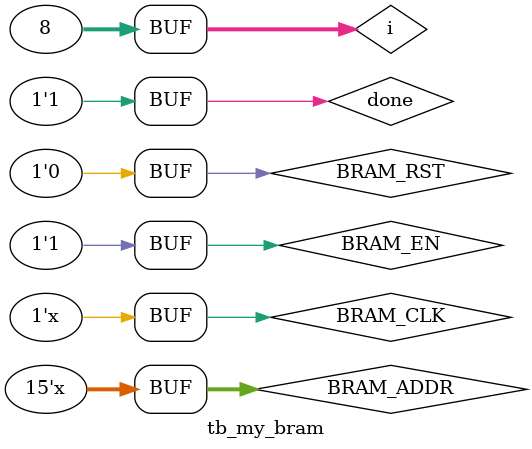
<source format=v>
`timescale 1ns / 1ps

module tb_my_bram ();
    parameter integer BRAM_ADDR_WIDTH = 15;
    
    reg [BRAM_ADDR_WIDTH-1:0] BRAM_ADDR;
    reg BRAM_CLK;
    wire [31:0] BRAM_WRDATA;
    wire [31:0] BRAM_RDDATA1;
    wire [31:0] BRAM_RDDATA2;
    reg BRAM_EN;
    reg BRAM_RST;
    reg done;
        
    integer i;
    initial begin
        BRAM_CLK <= 1;
        BRAM_ADDR <= 0;
        BRAM_RST <= 0;
        BRAM_EN <= 1;
        for (i=0; i<8; i=i+1) begin
            #30;
            BRAM_ADDR <= BRAM_ADDR + 3'b100;
        end
        #10;
        done <= 1;
    end

always #5 BRAM_CLK = ~BRAM_CLK;

my_bram BRAM1(
    .BRAM_ADDR(BRAM_ADDR),
    .BRAM_CLK(BRAM_CLK),
    .BRAM_WRDATA(BRAM_WRDATA),
    .BRAM_RDDATA(BRAM_RDDATA1),
    .BRAM_EN(BRAM_EN),
    .BRAM_RST(BRAM_RST),
    .BRAM_WE(4'b0000),
    .done(1'b0)
);

my_bram BRAM2(
    .BRAM_ADDR(BRAM_ADDR),
    .BRAM_CLK(BRAM_CLK),
    .BRAM_WRDATA(BRAM_RDDATA1),
    .BRAM_RDDATA(BRAM_RDDATA2),
    .BRAM_EN(BRAM_EN),
    .BRAM_RST(BRAM_RST),
    .BRAM_WE(4'b1111),
    .done(done)
); 

endmodule
</source>
